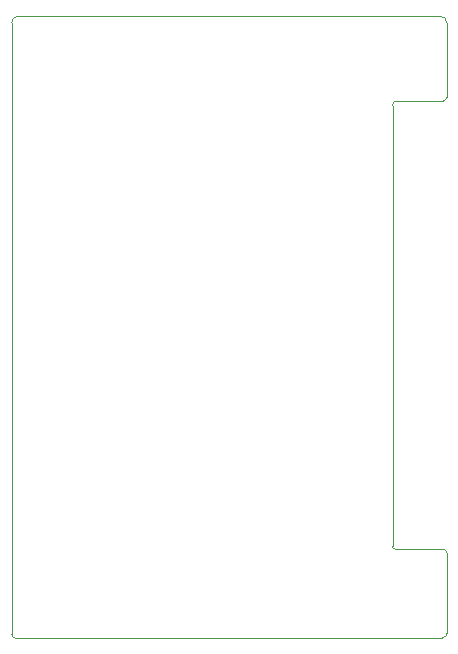
<source format=gbr>
%TF.GenerationSoftware,KiCad,Pcbnew,7.0.10*%
%TF.CreationDate,2024-02-15T23:55:06+08:00*%
%TF.ProjectId,Project 2 - Breadboard power supply,50726f6a-6563-4742-9032-202d20427265,rev?*%
%TF.SameCoordinates,Original*%
%TF.FileFunction,Profile,NP*%
%FSLAX46Y46*%
G04 Gerber Fmt 4.6, Leading zero omitted, Abs format (unit mm)*
G04 Created by KiCad (PCBNEW 7.0.10) date 2024-02-15 23:55:06*
%MOMM*%
%LPD*%
G01*
G04 APERTURE LIST*
%TA.AperFunction,Profile*%
%ADD10C,0.100000*%
%TD*%
G04 APERTURE END LIST*
D10*
X85013800Y-59943422D02*
G75*
G03*
X84607400Y-60349822I0J-406400D01*
G01*
X89230200Y-98247200D02*
G75*
G03*
X88900000Y-97917000I-330200J0D01*
G01*
X52349400Y-105105200D02*
G75*
G03*
X52654200Y-105410000I304800J0D01*
G01*
X88823008Y-105410792D02*
G75*
G03*
X89230200Y-105003600I0J407192D01*
G01*
X84607400Y-97663000D02*
G75*
G03*
X84861400Y-97917000I254000J0D01*
G01*
X88874600Y-59944000D02*
G75*
G03*
X89204800Y-59613800I0J330200D01*
G01*
X89198767Y-53314600D02*
G75*
G03*
X88665367Y-52781200I-533400J0D01*
G01*
X52919410Y-52781200D02*
G75*
G03*
X52349400Y-53351210I0J-570010D01*
G01*
X89204800Y-59613800D02*
X89204800Y-53314600D01*
X85013800Y-59943422D02*
X88870000Y-59943422D01*
X84607400Y-97660000D02*
X84607400Y-60350400D01*
X88900000Y-97917000D02*
X84861400Y-97917000D01*
X89230200Y-105003600D02*
X89230200Y-98247200D01*
X52654200Y-105410000D02*
X88823800Y-105410000D01*
X52349400Y-53351210D02*
X52349400Y-105100000D01*
X88665367Y-52781200D02*
X52910000Y-52781200D01*
M02*

</source>
